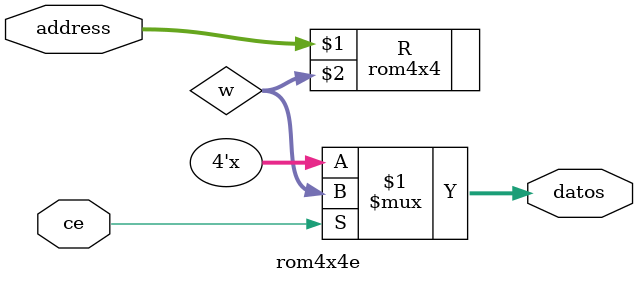
<source format=v>
module rom8x4(input [2:0]address, output [3:0] datos);
	rom4x4e R0(~address[2], address[1:0], datos);
	rom4x4e R1( address[2], address[1:0], datos);
endmodule

module rom4x4e(input ce, input [1:0]address, output [3:0] datos);
	// ce es chp enable, controla el tercer estado, activa en alto
	wire [3:0] w; // salida de la rom
	assign datos = ce ? w : 4'bz;	// si ce=0 salida en tercer estado
	rom4x4 R(address[1:0], w);
endmodule

</source>
